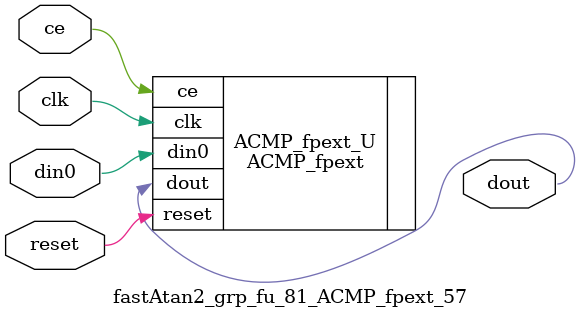
<source format=v>

`timescale 1 ns / 1 ps
module fastAtan2_grp_fu_81_ACMP_fpext_57(
    clk,
    reset,
    ce,
    din0,
    dout);

parameter ID = 32'd1;
parameter NUM_STAGE = 32'd1;
parameter din0_WIDTH = 32'd1;
parameter dout_WIDTH = 32'd1;
input clk;
input reset;
input ce;
input[din0_WIDTH - 1:0] din0;
output[dout_WIDTH - 1:0] dout;



ACMP_fpext #(
.ID( ID ),
.NUM_STAGE( 4 ),
.din0_WIDTH( din0_WIDTH ),
.dout_WIDTH( dout_WIDTH ))
ACMP_fpext_U(
    .clk( clk ),
    .reset( reset ),
    .ce( ce ),
    .din0( din0 ),
    .dout( dout ));

endmodule

</source>
